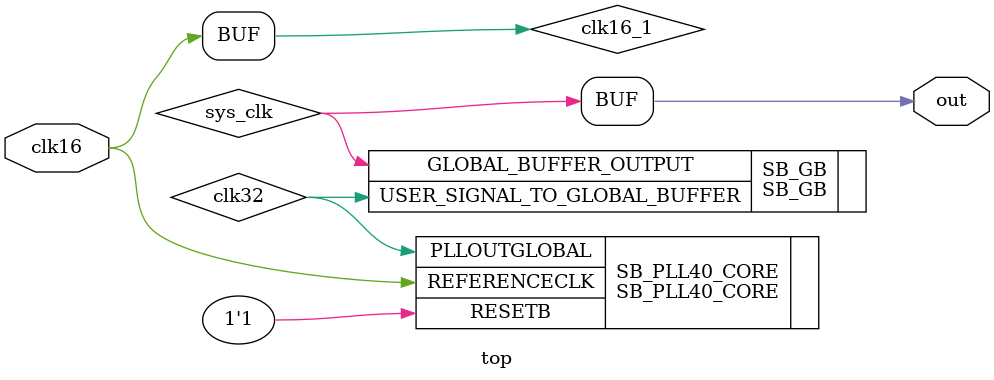
<source format=v>
/* Machine-generated using Migen */
module top(
	input clk16,
	output out
);

wire sys_clk;
wire clk16_1;
wire clk32;


// Adding a dummy event (using a dummy signal 'dummy_s') to get the simulator
// to run the combinatorial process once at the beginning.
// synthesis translate_off
reg dummy_s;
initial dummy_s <= 1'd0;
// synthesis translate_on

assign clk16_1 = clk16;
assign out = sys_clk;

SB_PLL40_CORE #(
	.DIVF(6'd63),
	.DIVQ(3'd5),
	.DIVR(1'd0),
	.FILTER_RANGE(3'd1)
) SB_PLL40_CORE (
	.REFERENCECLK(clk16_1),
	.RESETB(1'd1),
	.PLLOUTGLOBAL(clk32)
);

SB_GB SB_GB(
	.USER_SIGNAL_TO_GLOBAL_BUFFER(clk32),
	.GLOBAL_BUFFER_OUTPUT(sys_clk)
);

endmodule

</source>
